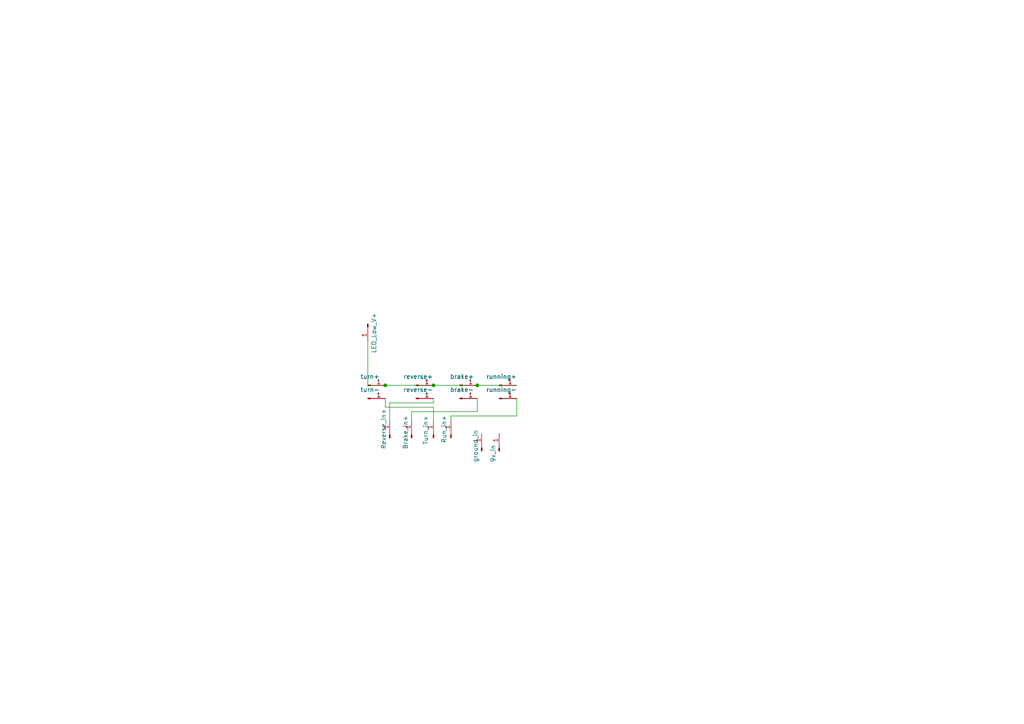
<source format=kicad_sch>
(kicad_sch (version 20250114) (generator "eeschema") (generator_version "9.0")
  (paper "A4")
  (lib_symbols
    (symbol "Connector:Conn_01x01_Pin" (pin_names (offset 1.016) (hide yes))
      (property "Reference" "J" (at 0 2.54 0))
      (property "Value" "Conn_01x01_Pin" (at 0 -2.54 0))
      (symbol "Conn_01x01_Pin_1_1"
        (rectangle (start 0.8636 0.127) (end 0 -0.127) (stroke (width 0.1524)) (fill (type outline)))
        (polyline (pts (xy 1.27 0) (xy 0.8636 0)) (stroke (width 0.1524)))
        (pin passive line (at 5.08 0 180) (length 3.81) (name "Pin_1") (number "1"))
      )
    )
  )
  (junction (at 138.43 111.76))
  (junction (at 125.73 111.76))
  (junction (at 111.76 111.76))
  (wire (pts (xy 130.81 121.92) (xy 130.81 120.65)))
  (wire (pts (xy 113.03 121.92) (xy 113.03 116.84)))
  (wire (pts (xy 138.43 119.38) (xy 138.43 115.57)))
  (wire (pts (xy 125.73 111.76) (xy 138.43 111.76)))
  (wire (pts (xy 138.43 111.76) (xy 149.86 111.76)))
  (wire (pts (xy 149.86 115.57) (xy 149.86 120.65)))
  (wire (pts (xy 119.38 121.92) (xy 119.38 119.38)))
  (wire (pts (xy 106.68 111.76) (xy 111.76 111.76)))
  (wire (pts (xy 111.76 118.11) (xy 111.76 115.57)))
  (wire (pts (xy 130.81 120.65) (xy 149.86 120.65)))
  (wire (pts (xy 125.73 121.92) (xy 125.73 118.11)))
  (wire (pts (xy 125.73 116.84) (xy 125.73 115.57)))
  (wire (pts (xy 111.76 111.76) (xy 125.73 111.76)))
  (wire (pts (xy 119.38 119.38) (xy 138.43 119.38)))
  (wire (pts (xy 113.03 116.84) (xy 125.73 116.84)))
  (wire (pts (xy 125.73 118.11) (xy 111.76 118.11)))
  (wire (pts (xy 106.68 99.06) (xy 106.68 111.76)))
  (symbol (lib_id "Connector:Conn_01x01_Pin") (at 139.7 130.81 90) (unit 1)
    (property "Reference" "J8" (effects (hide yes)))
    (property "Value" "ground_in" (at 137.922 134.112 0) (effects (justify left)))
    (property "Footprint" "Connector_PinHeader_2.54mm:PinHeader_1x01_P2.54mm_Vertical" (effects (hide yes)))
    (property "Description" "Generic connector, single row, 01x01, script generated" (effects (hide yes)))
  )
  (symbol (lib_id "Connector:Conn_01x01_Pin") (at 120.65 111.76 0) (unit 1)
    (property "Reference" "J6" (effects (hide yes)))
    (property "Value" "reverse+" (at 121.285 109.22 0))
    (property "Footprint" "Connector_PinHeader_1.00mm:PinHeader_1x01_P1.00mm_Vertical" (effects (hide yes)))
    (property "Description" "Generic connector, single row, 01x01, script generated" (effects (hide yes)))
  )
  (symbol (lib_id "Connector:Conn_01x01_Pin") (at 133.35 111.76 0) (unit 1)
    (property "Reference" "J11" (effects (hide yes)))
    (property "Value" "brake+" (at 133.985 109.22 0))
    (property "Footprint" "Connector_PinHeader_1.00mm:PinHeader_1x01_P1.00mm_Vertical" (effects (hide yes)))
    (property "Description" "Generic connector, single row, 01x01, script generated" (effects (hide yes)))
  )
  (symbol (lib_id "Connector:Conn_01x01_Pin") (at 106.68 93.98 270) (unit 1)
    (property "Reference" "J12" (effects (hide yes)))
    (property "Value" "LED_Low_V+" (at 108.458 90.678 0) (effects (justify left)))
    (property "Footprint" "Connector_PinHeader_2.54mm:PinHeader_1x01_P2.54mm_Vertical" (effects (hide yes)))
    (property "Description" "Generic connector, single row, 01x01, script generated" (effects (hide yes)))
  )
  (symbol (lib_id "Connector:Conn_01x01_Pin") (at 120.65 115.57 0) (unit 1)
    (property "Reference" "J7" (effects (hide yes)))
    (property "Value" "reverse-" (at 121.285 113.03 0))
    (property "Footprint" "Connector_PinHeader_1.00mm:PinHeader_1x01_P1.00mm_Vertical" (effects (hide yes)))
    (property "Description" "Generic connector, single row, 01x01, script generated" (effects (hide yes)))
  )
  (symbol (lib_id "Connector:Conn_01x01_Pin") (at 119.38 127 90) (unit 1)
    (property "Reference" "J2" (effects (hide yes)))
    (property "Value" "Brake_in+" (at 117.602 130.302 0) (effects (justify left)))
    (property "Footprint" "Connector_PinHeader_2.54mm:PinHeader_1x01_P2.54mm_Vertical" (effects (hide yes)))
    (property "Description" "Generic connector, single row, 01x01, script generated" (effects (hide yes)))
  )
  (symbol (lib_id "Connector:Conn_01x01_Pin") (at 106.68 111.76 0) (unit 1)
    (property "Reference" "J4" (effects (hide yes)))
    (property "Value" "turn+" (at 107.315 109.22 0))
    (property "Footprint" "Connector_PinHeader_1.00mm:PinHeader_1x01_P1.00mm_Vertical" (effects (hide yes)))
    (property "Description" "Generic connector, single row, 01x01, script generated" (effects (hide yes)))
  )
  (symbol (lib_id "Connector:Conn_01x01_Pin") (at 130.81 127 90) (unit 1)
    (property "Reference" "J1" (effects (hide yes)))
    (property "Value" "Run_in+" (at 128.778 128.524 0) (effects (justify left)))
    (property "Footprint" "Connector_PinHeader_2.54mm:PinHeader_1x01_P2.54mm_Vertical" (effects (hide yes)))
    (property "Description" "Generic connector, single row, 01x01, script generated" (effects (hide yes)))
  )
  (symbol (lib_id "Connector:Conn_01x01_Pin") (at 133.35 115.57 0) (unit 1)
    (property "Reference" "J13" (effects (hide yes)))
    (property "Value" "brake-" (at 133.985 113.03 0))
    (property "Footprint" "Connector_PinHeader_1.00mm:PinHeader_1x01_P1.00mm_Vertical" (effects (hide yes)))
    (property "Description" "Generic connector, single row, 01x01, script generated" (effects (hide yes)))
  )
  (symbol (lib_id "Connector:Conn_01x01_Pin") (at 113.03 127 90) (unit 1)
    (property "Reference" "J10" (effects (hide yes)))
    (property "Value" "Reverse_in+" (at 111.252 130.302 0) (effects (justify left)))
    (property "Footprint" "Connector_PinHeader_2.54mm:PinHeader_1x01_P2.54mm_Vertical" (effects (hide yes)))
    (property "Description" "Generic connector, single row, 01x01, script generated" (effects (hide yes)))
  )
  (symbol (lib_id "Connector:Conn_01x01_Pin") (at 144.78 115.57 0) (unit 1)
    (property "Reference" "J15" (effects (hide yes)))
    (property "Value" "running-" (at 145.415 113.03 0))
    (property "Footprint" "Connector_PinHeader_1.00mm:PinHeader_1x01_P1.00mm_Vertical" (effects (hide yes)))
    (property "Description" "Generic connector, single row, 01x01, script generated" (effects (hide yes)))
  )
  (symbol (lib_id "Connector:Conn_01x01_Pin") (at 144.78 111.76 0) (unit 1)
    (property "Reference" "J14" (effects (hide yes)))
    (property "Value" "running+" (at 145.415 109.22 0))
    (property "Footprint" "Connector_PinHeader_1.00mm:PinHeader_1x01_P1.00mm_Vertical" (effects (hide yes)))
    (property "Description" "Generic connector, single row, 01x01, script generated" (effects (hide yes)))
  )
  (symbol (lib_id "Connector:Conn_01x01_Pin") (at 144.78 130.81 90) (unit 1)
    (property "Reference" "J9" (effects (hide yes)))
    (property "Value" "9v_in" (at 143.002 134.112 0) (effects (justify left)))
    (property "Footprint" "Connector_PinHeader_2.54mm:PinHeader_1x01_P2.54mm_Vertical" (effects (hide yes)))
    (property "Description" "Generic connector, single row, 01x01, script generated" (effects (hide yes)))
  )
  (symbol (lib_id "Connector:Conn_01x01_Pin") (at 125.73 127 90) (unit 1)
    (property "Reference" "J3" (effects (hide yes)))
    (property "Value" "Turn_in+" (at 123.444 129.032 0) (effects (justify left)))
    (property "Footprint" "Connector_PinHeader_2.54mm:PinHeader_1x01_P2.54mm_Vertical" (effects (hide yes)))
    (property "Description" "Generic connector, single row, 01x01, script generated" (effects (hide yes)))
  )
  (symbol (lib_id "Connector:Conn_01x01_Pin") (at 106.68 115.57 0) (unit 1)
    (property "Reference" "J5" (effects (hide yes)))
    (property "Value" "turn-" (at 107.315 113.03 0))
    (property "Footprint" "Connector_PinHeader_1.00mm:PinHeader_1x01_P1.00mm_Vertical" (effects (hide yes)))
    (property "Description" "Generic connector, single row, 01x01, script generated" (effects (hide yes)))
  )
)
</source>
